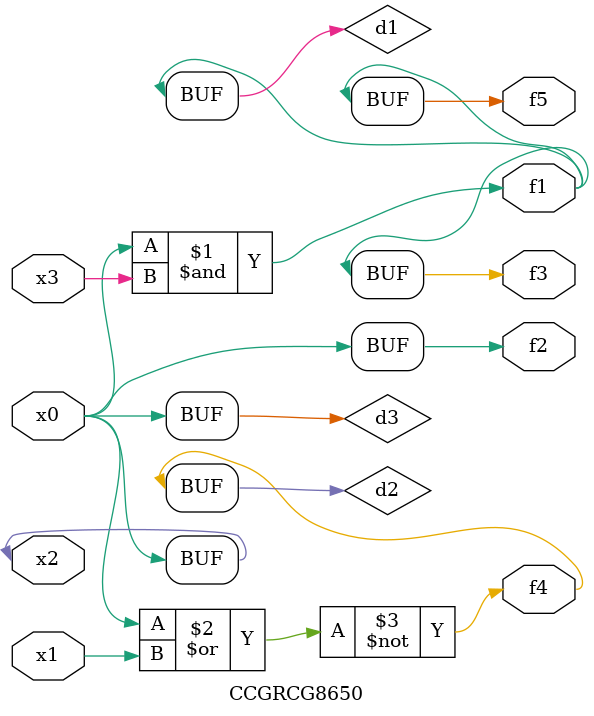
<source format=v>
module CCGRCG8650(
	input x0, x1, x2, x3,
	output f1, f2, f3, f4, f5
);

	wire d1, d2, d3;

	and (d1, x2, x3);
	nor (d2, x0, x1);
	buf (d3, x0, x2);
	assign f1 = d1;
	assign f2 = d3;
	assign f3 = d1;
	assign f4 = d2;
	assign f5 = d1;
endmodule

</source>
